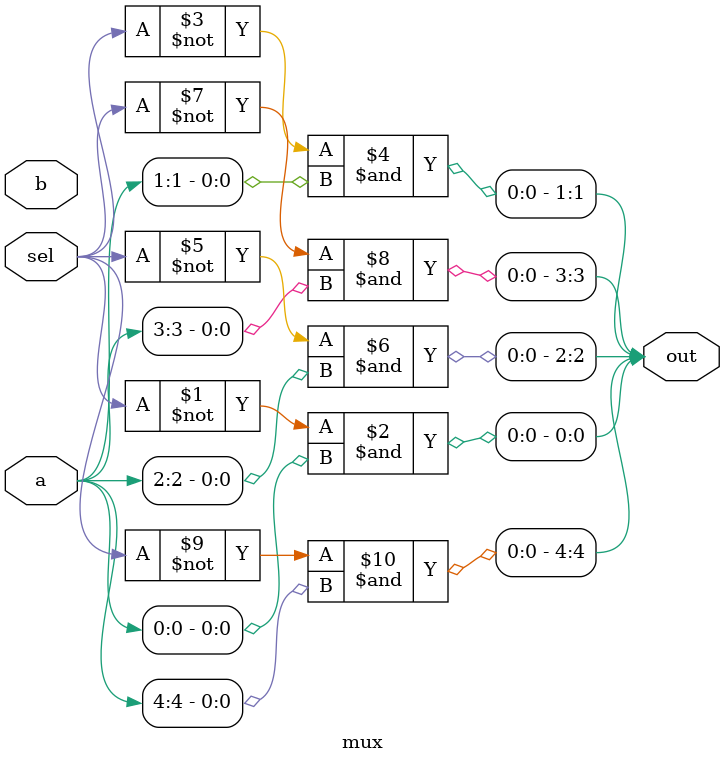
<source format=v>
module mux( 
input [4:0] a, b,
input sel,
output [4:0] out );
// When sel=0, assign a to out. 
// When sel=1, assign b to out.
// portmap is (a, b, sel)
assign	out[0] = ~sel & a[0];
assign	out[1] = ~sel & a[1];
assign	out[2] = ~sel & a[2];
assign	out[3] = ~sel & a[3];
assign	out[4] = ~sel & a[4];
endmodule

</source>
